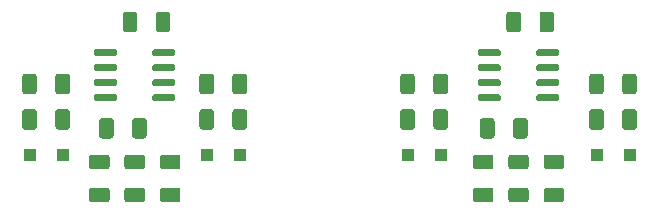
<source format=gbr>
%TF.GenerationSoftware,KiCad,Pcbnew,(5.1.6-0)*%
%TF.CreationDate,2023-04-12T18:51:22-07:00*%
%TF.ProjectId,input_buffer_bal_XLR_SMD_1206,696e7075-745f-4627-9566-6665725f6261,rev?*%
%TF.SameCoordinates,Original*%
%TF.FileFunction,Paste,Top*%
%TF.FilePolarity,Positive*%
%FSLAX46Y46*%
G04 Gerber Fmt 4.6, Leading zero omitted, Abs format (unit mm)*
G04 Created by KiCad (PCBNEW (5.1.6-0)) date 2023-04-12 18:51:22*
%MOMM*%
%LPD*%
G01*
G04 APERTURE LIST*
%ADD10R,1.100000X1.100000*%
G04 APERTURE END LIST*
D10*
%TO.C,D4*%
X146900000Y-128250000D03*
X144100000Y-128250000D03*
%TD*%
%TO.C,D3*%
X130900000Y-128250000D03*
X128100000Y-128250000D03*
%TD*%
%TO.C,D2*%
X113900000Y-128250000D03*
X111100000Y-128250000D03*
%TD*%
%TO.C,D1*%
X98900000Y-128250000D03*
X96100000Y-128250000D03*
%TD*%
%TO.C,U2*%
G36*
G01*
X139000000Y-119745000D02*
X139000000Y-119445000D01*
G75*
G02*
X139150000Y-119295000I150000J0D01*
G01*
X140800000Y-119295000D01*
G75*
G02*
X140950000Y-119445000I0J-150000D01*
G01*
X140950000Y-119745000D01*
G75*
G02*
X140800000Y-119895000I-150000J0D01*
G01*
X139150000Y-119895000D01*
G75*
G02*
X139000000Y-119745000I0J150000D01*
G01*
G37*
G36*
G01*
X139000000Y-121015000D02*
X139000000Y-120715000D01*
G75*
G02*
X139150000Y-120565000I150000J0D01*
G01*
X140800000Y-120565000D01*
G75*
G02*
X140950000Y-120715000I0J-150000D01*
G01*
X140950000Y-121015000D01*
G75*
G02*
X140800000Y-121165000I-150000J0D01*
G01*
X139150000Y-121165000D01*
G75*
G02*
X139000000Y-121015000I0J150000D01*
G01*
G37*
G36*
G01*
X139000000Y-122285000D02*
X139000000Y-121985000D01*
G75*
G02*
X139150000Y-121835000I150000J0D01*
G01*
X140800000Y-121835000D01*
G75*
G02*
X140950000Y-121985000I0J-150000D01*
G01*
X140950000Y-122285000D01*
G75*
G02*
X140800000Y-122435000I-150000J0D01*
G01*
X139150000Y-122435000D01*
G75*
G02*
X139000000Y-122285000I0J150000D01*
G01*
G37*
G36*
G01*
X139000000Y-123555000D02*
X139000000Y-123255000D01*
G75*
G02*
X139150000Y-123105000I150000J0D01*
G01*
X140800000Y-123105000D01*
G75*
G02*
X140950000Y-123255000I0J-150000D01*
G01*
X140950000Y-123555000D01*
G75*
G02*
X140800000Y-123705000I-150000J0D01*
G01*
X139150000Y-123705000D01*
G75*
G02*
X139000000Y-123555000I0J150000D01*
G01*
G37*
G36*
G01*
X134050000Y-123555000D02*
X134050000Y-123255000D01*
G75*
G02*
X134200000Y-123105000I150000J0D01*
G01*
X135850000Y-123105000D01*
G75*
G02*
X136000000Y-123255000I0J-150000D01*
G01*
X136000000Y-123555000D01*
G75*
G02*
X135850000Y-123705000I-150000J0D01*
G01*
X134200000Y-123705000D01*
G75*
G02*
X134050000Y-123555000I0J150000D01*
G01*
G37*
G36*
G01*
X134050000Y-122285000D02*
X134050000Y-121985000D01*
G75*
G02*
X134200000Y-121835000I150000J0D01*
G01*
X135850000Y-121835000D01*
G75*
G02*
X136000000Y-121985000I0J-150000D01*
G01*
X136000000Y-122285000D01*
G75*
G02*
X135850000Y-122435000I-150000J0D01*
G01*
X134200000Y-122435000D01*
G75*
G02*
X134050000Y-122285000I0J150000D01*
G01*
G37*
G36*
G01*
X134050000Y-121015000D02*
X134050000Y-120715000D01*
G75*
G02*
X134200000Y-120565000I150000J0D01*
G01*
X135850000Y-120565000D01*
G75*
G02*
X136000000Y-120715000I0J-150000D01*
G01*
X136000000Y-121015000D01*
G75*
G02*
X135850000Y-121165000I-150000J0D01*
G01*
X134200000Y-121165000D01*
G75*
G02*
X134050000Y-121015000I0J150000D01*
G01*
G37*
G36*
G01*
X134050000Y-119745000D02*
X134050000Y-119445000D01*
G75*
G02*
X134200000Y-119295000I150000J0D01*
G01*
X135850000Y-119295000D01*
G75*
G02*
X136000000Y-119445000I0J-150000D01*
G01*
X136000000Y-119745000D01*
G75*
G02*
X135850000Y-119895000I-150000J0D01*
G01*
X134200000Y-119895000D01*
G75*
G02*
X134050000Y-119745000I0J150000D01*
G01*
G37*
%TD*%
%TO.C,U1*%
G36*
G01*
X106500000Y-119745000D02*
X106500000Y-119445000D01*
G75*
G02*
X106650000Y-119295000I150000J0D01*
G01*
X108300000Y-119295000D01*
G75*
G02*
X108450000Y-119445000I0J-150000D01*
G01*
X108450000Y-119745000D01*
G75*
G02*
X108300000Y-119895000I-150000J0D01*
G01*
X106650000Y-119895000D01*
G75*
G02*
X106500000Y-119745000I0J150000D01*
G01*
G37*
G36*
G01*
X106500000Y-121015000D02*
X106500000Y-120715000D01*
G75*
G02*
X106650000Y-120565000I150000J0D01*
G01*
X108300000Y-120565000D01*
G75*
G02*
X108450000Y-120715000I0J-150000D01*
G01*
X108450000Y-121015000D01*
G75*
G02*
X108300000Y-121165000I-150000J0D01*
G01*
X106650000Y-121165000D01*
G75*
G02*
X106500000Y-121015000I0J150000D01*
G01*
G37*
G36*
G01*
X106500000Y-122285000D02*
X106500000Y-121985000D01*
G75*
G02*
X106650000Y-121835000I150000J0D01*
G01*
X108300000Y-121835000D01*
G75*
G02*
X108450000Y-121985000I0J-150000D01*
G01*
X108450000Y-122285000D01*
G75*
G02*
X108300000Y-122435000I-150000J0D01*
G01*
X106650000Y-122435000D01*
G75*
G02*
X106500000Y-122285000I0J150000D01*
G01*
G37*
G36*
G01*
X106500000Y-123555000D02*
X106500000Y-123255000D01*
G75*
G02*
X106650000Y-123105000I150000J0D01*
G01*
X108300000Y-123105000D01*
G75*
G02*
X108450000Y-123255000I0J-150000D01*
G01*
X108450000Y-123555000D01*
G75*
G02*
X108300000Y-123705000I-150000J0D01*
G01*
X106650000Y-123705000D01*
G75*
G02*
X106500000Y-123555000I0J150000D01*
G01*
G37*
G36*
G01*
X101550000Y-123555000D02*
X101550000Y-123255000D01*
G75*
G02*
X101700000Y-123105000I150000J0D01*
G01*
X103350000Y-123105000D01*
G75*
G02*
X103500000Y-123255000I0J-150000D01*
G01*
X103500000Y-123555000D01*
G75*
G02*
X103350000Y-123705000I-150000J0D01*
G01*
X101700000Y-123705000D01*
G75*
G02*
X101550000Y-123555000I0J150000D01*
G01*
G37*
G36*
G01*
X101550000Y-122285000D02*
X101550000Y-121985000D01*
G75*
G02*
X101700000Y-121835000I150000J0D01*
G01*
X103350000Y-121835000D01*
G75*
G02*
X103500000Y-121985000I0J-150000D01*
G01*
X103500000Y-122285000D01*
G75*
G02*
X103350000Y-122435000I-150000J0D01*
G01*
X101700000Y-122435000D01*
G75*
G02*
X101550000Y-122285000I0J150000D01*
G01*
G37*
G36*
G01*
X101550000Y-121015000D02*
X101550000Y-120715000D01*
G75*
G02*
X101700000Y-120565000I150000J0D01*
G01*
X103350000Y-120565000D01*
G75*
G02*
X103500000Y-120715000I0J-150000D01*
G01*
X103500000Y-121015000D01*
G75*
G02*
X103350000Y-121165000I-150000J0D01*
G01*
X101700000Y-121165000D01*
G75*
G02*
X101550000Y-121015000I0J150000D01*
G01*
G37*
G36*
G01*
X101550000Y-119745000D02*
X101550000Y-119445000D01*
G75*
G02*
X101700000Y-119295000I150000J0D01*
G01*
X103350000Y-119295000D01*
G75*
G02*
X103500000Y-119445000I0J-150000D01*
G01*
X103500000Y-119745000D01*
G75*
G02*
X103350000Y-119895000I-150000J0D01*
G01*
X101700000Y-119895000D01*
G75*
G02*
X101550000Y-119745000I0J150000D01*
G01*
G37*
%TD*%
%TO.C,R10*%
G36*
G01*
X141125000Y-129475000D02*
X139875000Y-129475000D01*
G75*
G02*
X139625000Y-129225000I0J250000D01*
G01*
X139625000Y-128475000D01*
G75*
G02*
X139875000Y-128225000I250000J0D01*
G01*
X141125000Y-128225000D01*
G75*
G02*
X141375000Y-128475000I0J-250000D01*
G01*
X141375000Y-129225000D01*
G75*
G02*
X141125000Y-129475000I-250000J0D01*
G01*
G37*
G36*
G01*
X141125000Y-132275000D02*
X139875000Y-132275000D01*
G75*
G02*
X139625000Y-132025000I0J250000D01*
G01*
X139625000Y-131275000D01*
G75*
G02*
X139875000Y-131025000I250000J0D01*
G01*
X141125000Y-131025000D01*
G75*
G02*
X141375000Y-131275000I0J-250000D01*
G01*
X141375000Y-132025000D01*
G75*
G02*
X141125000Y-132275000I-250000J0D01*
G01*
G37*
%TD*%
%TO.C,R9*%
G36*
G01*
X133875000Y-131025000D02*
X135125000Y-131025000D01*
G75*
G02*
X135375000Y-131275000I0J-250000D01*
G01*
X135375000Y-132025000D01*
G75*
G02*
X135125000Y-132275000I-250000J0D01*
G01*
X133875000Y-132275000D01*
G75*
G02*
X133625000Y-132025000I0J250000D01*
G01*
X133625000Y-131275000D01*
G75*
G02*
X133875000Y-131025000I250000J0D01*
G01*
G37*
G36*
G01*
X133875000Y-128225000D02*
X135125000Y-128225000D01*
G75*
G02*
X135375000Y-128475000I0J-250000D01*
G01*
X135375000Y-129225000D01*
G75*
G02*
X135125000Y-129475000I-250000J0D01*
G01*
X133875000Y-129475000D01*
G75*
G02*
X133625000Y-129225000I0J250000D01*
G01*
X133625000Y-128475000D01*
G75*
G02*
X133875000Y-128225000I250000J0D01*
G01*
G37*
%TD*%
%TO.C,R8*%
G36*
G01*
X108625000Y-129475000D02*
X107375000Y-129475000D01*
G75*
G02*
X107125000Y-129225000I0J250000D01*
G01*
X107125000Y-128475000D01*
G75*
G02*
X107375000Y-128225000I250000J0D01*
G01*
X108625000Y-128225000D01*
G75*
G02*
X108875000Y-128475000I0J-250000D01*
G01*
X108875000Y-129225000D01*
G75*
G02*
X108625000Y-129475000I-250000J0D01*
G01*
G37*
G36*
G01*
X108625000Y-132275000D02*
X107375000Y-132275000D01*
G75*
G02*
X107125000Y-132025000I0J250000D01*
G01*
X107125000Y-131275000D01*
G75*
G02*
X107375000Y-131025000I250000J0D01*
G01*
X108625000Y-131025000D01*
G75*
G02*
X108875000Y-131275000I0J-250000D01*
G01*
X108875000Y-132025000D01*
G75*
G02*
X108625000Y-132275000I-250000J0D01*
G01*
G37*
%TD*%
%TO.C,R7*%
G36*
G01*
X101375000Y-131025000D02*
X102625000Y-131025000D01*
G75*
G02*
X102875000Y-131275000I0J-250000D01*
G01*
X102875000Y-132025000D01*
G75*
G02*
X102625000Y-132275000I-250000J0D01*
G01*
X101375000Y-132275000D01*
G75*
G02*
X101125000Y-132025000I0J250000D01*
G01*
X101125000Y-131275000D01*
G75*
G02*
X101375000Y-131025000I250000J0D01*
G01*
G37*
G36*
G01*
X101375000Y-128225000D02*
X102625000Y-128225000D01*
G75*
G02*
X102875000Y-128475000I0J-250000D01*
G01*
X102875000Y-129225000D01*
G75*
G02*
X102625000Y-129475000I-250000J0D01*
G01*
X101375000Y-129475000D01*
G75*
G02*
X101125000Y-129225000I0J250000D01*
G01*
X101125000Y-128475000D01*
G75*
G02*
X101375000Y-128225000I250000J0D01*
G01*
G37*
%TD*%
%TO.C,R6*%
G36*
G01*
X138125000Y-129475000D02*
X136875000Y-129475000D01*
G75*
G02*
X136625000Y-129225000I0J250000D01*
G01*
X136625000Y-128475000D01*
G75*
G02*
X136875000Y-128225000I250000J0D01*
G01*
X138125000Y-128225000D01*
G75*
G02*
X138375000Y-128475000I0J-250000D01*
G01*
X138375000Y-129225000D01*
G75*
G02*
X138125000Y-129475000I-250000J0D01*
G01*
G37*
G36*
G01*
X138125000Y-132275000D02*
X136875000Y-132275000D01*
G75*
G02*
X136625000Y-132025000I0J250000D01*
G01*
X136625000Y-131275000D01*
G75*
G02*
X136875000Y-131025000I250000J0D01*
G01*
X138125000Y-131025000D01*
G75*
G02*
X138375000Y-131275000I0J-250000D01*
G01*
X138375000Y-132025000D01*
G75*
G02*
X138125000Y-132275000I-250000J0D01*
G01*
G37*
%TD*%
%TO.C,R5*%
G36*
G01*
X105625000Y-129475000D02*
X104375000Y-129475000D01*
G75*
G02*
X104125000Y-129225000I0J250000D01*
G01*
X104125000Y-128475000D01*
G75*
G02*
X104375000Y-128225000I250000J0D01*
G01*
X105625000Y-128225000D01*
G75*
G02*
X105875000Y-128475000I0J-250000D01*
G01*
X105875000Y-129225000D01*
G75*
G02*
X105625000Y-129475000I-250000J0D01*
G01*
G37*
G36*
G01*
X105625000Y-132275000D02*
X104375000Y-132275000D01*
G75*
G02*
X104125000Y-132025000I0J250000D01*
G01*
X104125000Y-131275000D01*
G75*
G02*
X104375000Y-131025000I250000J0D01*
G01*
X105625000Y-131025000D01*
G75*
G02*
X105875000Y-131275000I0J-250000D01*
G01*
X105875000Y-132025000D01*
G75*
G02*
X105625000Y-132275000I-250000J0D01*
G01*
G37*
%TD*%
%TO.C,R4*%
G36*
G01*
X146275000Y-125875000D02*
X146275000Y-124625000D01*
G75*
G02*
X146525000Y-124375000I250000J0D01*
G01*
X147275000Y-124375000D01*
G75*
G02*
X147525000Y-124625000I0J-250000D01*
G01*
X147525000Y-125875000D01*
G75*
G02*
X147275000Y-126125000I-250000J0D01*
G01*
X146525000Y-126125000D01*
G75*
G02*
X146275000Y-125875000I0J250000D01*
G01*
G37*
G36*
G01*
X143475000Y-125875000D02*
X143475000Y-124625000D01*
G75*
G02*
X143725000Y-124375000I250000J0D01*
G01*
X144475000Y-124375000D01*
G75*
G02*
X144725000Y-124625000I0J-250000D01*
G01*
X144725000Y-125875000D01*
G75*
G02*
X144475000Y-126125000I-250000J0D01*
G01*
X143725000Y-126125000D01*
G75*
G02*
X143475000Y-125875000I0J250000D01*
G01*
G37*
%TD*%
%TO.C,R3*%
G36*
G01*
X128725000Y-124625000D02*
X128725000Y-125875000D01*
G75*
G02*
X128475000Y-126125000I-250000J0D01*
G01*
X127725000Y-126125000D01*
G75*
G02*
X127475000Y-125875000I0J250000D01*
G01*
X127475000Y-124625000D01*
G75*
G02*
X127725000Y-124375000I250000J0D01*
G01*
X128475000Y-124375000D01*
G75*
G02*
X128725000Y-124625000I0J-250000D01*
G01*
G37*
G36*
G01*
X131525000Y-124625000D02*
X131525000Y-125875000D01*
G75*
G02*
X131275000Y-126125000I-250000J0D01*
G01*
X130525000Y-126125000D01*
G75*
G02*
X130275000Y-125875000I0J250000D01*
G01*
X130275000Y-124625000D01*
G75*
G02*
X130525000Y-124375000I250000J0D01*
G01*
X131275000Y-124375000D01*
G75*
G02*
X131525000Y-124625000I0J-250000D01*
G01*
G37*
%TD*%
%TO.C,R2*%
G36*
G01*
X113275000Y-125875000D02*
X113275000Y-124625000D01*
G75*
G02*
X113525000Y-124375000I250000J0D01*
G01*
X114275000Y-124375000D01*
G75*
G02*
X114525000Y-124625000I0J-250000D01*
G01*
X114525000Y-125875000D01*
G75*
G02*
X114275000Y-126125000I-250000J0D01*
G01*
X113525000Y-126125000D01*
G75*
G02*
X113275000Y-125875000I0J250000D01*
G01*
G37*
G36*
G01*
X110475000Y-125875000D02*
X110475000Y-124625000D01*
G75*
G02*
X110725000Y-124375000I250000J0D01*
G01*
X111475000Y-124375000D01*
G75*
G02*
X111725000Y-124625000I0J-250000D01*
G01*
X111725000Y-125875000D01*
G75*
G02*
X111475000Y-126125000I-250000J0D01*
G01*
X110725000Y-126125000D01*
G75*
G02*
X110475000Y-125875000I0J250000D01*
G01*
G37*
%TD*%
%TO.C,R1*%
G36*
G01*
X96725000Y-124625000D02*
X96725000Y-125875000D01*
G75*
G02*
X96475000Y-126125000I-250000J0D01*
G01*
X95725000Y-126125000D01*
G75*
G02*
X95475000Y-125875000I0J250000D01*
G01*
X95475000Y-124625000D01*
G75*
G02*
X95725000Y-124375000I250000J0D01*
G01*
X96475000Y-124375000D01*
G75*
G02*
X96725000Y-124625000I0J-250000D01*
G01*
G37*
G36*
G01*
X99525000Y-124625000D02*
X99525000Y-125875000D01*
G75*
G02*
X99275000Y-126125000I-250000J0D01*
G01*
X98525000Y-126125000D01*
G75*
G02*
X98275000Y-125875000I0J250000D01*
G01*
X98275000Y-124625000D01*
G75*
G02*
X98525000Y-124375000I250000J0D01*
G01*
X99275000Y-124375000D01*
G75*
G02*
X99525000Y-124625000I0J-250000D01*
G01*
G37*
%TD*%
%TO.C,C8*%
G36*
G01*
X144725000Y-121625000D02*
X144725000Y-122875000D01*
G75*
G02*
X144475000Y-123125000I-250000J0D01*
G01*
X143725000Y-123125000D01*
G75*
G02*
X143475000Y-122875000I0J250000D01*
G01*
X143475000Y-121625000D01*
G75*
G02*
X143725000Y-121375000I250000J0D01*
G01*
X144475000Y-121375000D01*
G75*
G02*
X144725000Y-121625000I0J-250000D01*
G01*
G37*
G36*
G01*
X147525000Y-121625000D02*
X147525000Y-122875000D01*
G75*
G02*
X147275000Y-123125000I-250000J0D01*
G01*
X146525000Y-123125000D01*
G75*
G02*
X146275000Y-122875000I0J250000D01*
G01*
X146275000Y-121625000D01*
G75*
G02*
X146525000Y-121375000I250000J0D01*
G01*
X147275000Y-121375000D01*
G75*
G02*
X147525000Y-121625000I0J-250000D01*
G01*
G37*
%TD*%
%TO.C,C7*%
G36*
G01*
X128725000Y-121625000D02*
X128725000Y-122875000D01*
G75*
G02*
X128475000Y-123125000I-250000J0D01*
G01*
X127725000Y-123125000D01*
G75*
G02*
X127475000Y-122875000I0J250000D01*
G01*
X127475000Y-121625000D01*
G75*
G02*
X127725000Y-121375000I250000J0D01*
G01*
X128475000Y-121375000D01*
G75*
G02*
X128725000Y-121625000I0J-250000D01*
G01*
G37*
G36*
G01*
X131525000Y-121625000D02*
X131525000Y-122875000D01*
G75*
G02*
X131275000Y-123125000I-250000J0D01*
G01*
X130525000Y-123125000D01*
G75*
G02*
X130275000Y-122875000I0J250000D01*
G01*
X130275000Y-121625000D01*
G75*
G02*
X130525000Y-121375000I250000J0D01*
G01*
X131275000Y-121375000D01*
G75*
G02*
X131525000Y-121625000I0J-250000D01*
G01*
G37*
%TD*%
%TO.C,C6*%
G36*
G01*
X111725000Y-121625000D02*
X111725000Y-122875000D01*
G75*
G02*
X111475000Y-123125000I-250000J0D01*
G01*
X110725000Y-123125000D01*
G75*
G02*
X110475000Y-122875000I0J250000D01*
G01*
X110475000Y-121625000D01*
G75*
G02*
X110725000Y-121375000I250000J0D01*
G01*
X111475000Y-121375000D01*
G75*
G02*
X111725000Y-121625000I0J-250000D01*
G01*
G37*
G36*
G01*
X114525000Y-121625000D02*
X114525000Y-122875000D01*
G75*
G02*
X114275000Y-123125000I-250000J0D01*
G01*
X113525000Y-123125000D01*
G75*
G02*
X113275000Y-122875000I0J250000D01*
G01*
X113275000Y-121625000D01*
G75*
G02*
X113525000Y-121375000I250000J0D01*
G01*
X114275000Y-121375000D01*
G75*
G02*
X114525000Y-121625000I0J-250000D01*
G01*
G37*
%TD*%
%TO.C,C5*%
G36*
G01*
X96725000Y-121625000D02*
X96725000Y-122875000D01*
G75*
G02*
X96475000Y-123125000I-250000J0D01*
G01*
X95725000Y-123125000D01*
G75*
G02*
X95475000Y-122875000I0J250000D01*
G01*
X95475000Y-121625000D01*
G75*
G02*
X95725000Y-121375000I250000J0D01*
G01*
X96475000Y-121375000D01*
G75*
G02*
X96725000Y-121625000I0J-250000D01*
G01*
G37*
G36*
G01*
X99525000Y-121625000D02*
X99525000Y-122875000D01*
G75*
G02*
X99275000Y-123125000I-250000J0D01*
G01*
X98525000Y-123125000D01*
G75*
G02*
X98275000Y-122875000I0J250000D01*
G01*
X98275000Y-121625000D01*
G75*
G02*
X98525000Y-121375000I250000J0D01*
G01*
X99275000Y-121375000D01*
G75*
G02*
X99525000Y-121625000I0J-250000D01*
G01*
G37*
%TD*%
%TO.C,C4*%
G36*
G01*
X135475000Y-125375000D02*
X135475000Y-126625000D01*
G75*
G02*
X135225000Y-126875000I-250000J0D01*
G01*
X134475000Y-126875000D01*
G75*
G02*
X134225000Y-126625000I0J250000D01*
G01*
X134225000Y-125375000D01*
G75*
G02*
X134475000Y-125125000I250000J0D01*
G01*
X135225000Y-125125000D01*
G75*
G02*
X135475000Y-125375000I0J-250000D01*
G01*
G37*
G36*
G01*
X138275000Y-125375000D02*
X138275000Y-126625000D01*
G75*
G02*
X138025000Y-126875000I-250000J0D01*
G01*
X137275000Y-126875000D01*
G75*
G02*
X137025000Y-126625000I0J250000D01*
G01*
X137025000Y-125375000D01*
G75*
G02*
X137275000Y-125125000I250000J0D01*
G01*
X138025000Y-125125000D01*
G75*
G02*
X138275000Y-125375000I0J-250000D01*
G01*
G37*
%TD*%
%TO.C,C3*%
G36*
G01*
X103225000Y-125375000D02*
X103225000Y-126625000D01*
G75*
G02*
X102975000Y-126875000I-250000J0D01*
G01*
X102225000Y-126875000D01*
G75*
G02*
X101975000Y-126625000I0J250000D01*
G01*
X101975000Y-125375000D01*
G75*
G02*
X102225000Y-125125000I250000J0D01*
G01*
X102975000Y-125125000D01*
G75*
G02*
X103225000Y-125375000I0J-250000D01*
G01*
G37*
G36*
G01*
X106025000Y-125375000D02*
X106025000Y-126625000D01*
G75*
G02*
X105775000Y-126875000I-250000J0D01*
G01*
X105025000Y-126875000D01*
G75*
G02*
X104775000Y-126625000I0J250000D01*
G01*
X104775000Y-125375000D01*
G75*
G02*
X105025000Y-125125000I250000J0D01*
G01*
X105775000Y-125125000D01*
G75*
G02*
X106025000Y-125375000I0J-250000D01*
G01*
G37*
%TD*%
%TO.C,C2*%
G36*
G01*
X137725000Y-116375000D02*
X137725000Y-117625000D01*
G75*
G02*
X137475000Y-117875000I-250000J0D01*
G01*
X136725000Y-117875000D01*
G75*
G02*
X136475000Y-117625000I0J250000D01*
G01*
X136475000Y-116375000D01*
G75*
G02*
X136725000Y-116125000I250000J0D01*
G01*
X137475000Y-116125000D01*
G75*
G02*
X137725000Y-116375000I0J-250000D01*
G01*
G37*
G36*
G01*
X140525000Y-116375000D02*
X140525000Y-117625000D01*
G75*
G02*
X140275000Y-117875000I-250000J0D01*
G01*
X139525000Y-117875000D01*
G75*
G02*
X139275000Y-117625000I0J250000D01*
G01*
X139275000Y-116375000D01*
G75*
G02*
X139525000Y-116125000I250000J0D01*
G01*
X140275000Y-116125000D01*
G75*
G02*
X140525000Y-116375000I0J-250000D01*
G01*
G37*
%TD*%
%TO.C,C1*%
G36*
G01*
X105225000Y-116375000D02*
X105225000Y-117625000D01*
G75*
G02*
X104975000Y-117875000I-250000J0D01*
G01*
X104225000Y-117875000D01*
G75*
G02*
X103975000Y-117625000I0J250000D01*
G01*
X103975000Y-116375000D01*
G75*
G02*
X104225000Y-116125000I250000J0D01*
G01*
X104975000Y-116125000D01*
G75*
G02*
X105225000Y-116375000I0J-250000D01*
G01*
G37*
G36*
G01*
X108025000Y-116375000D02*
X108025000Y-117625000D01*
G75*
G02*
X107775000Y-117875000I-250000J0D01*
G01*
X107025000Y-117875000D01*
G75*
G02*
X106775000Y-117625000I0J250000D01*
G01*
X106775000Y-116375000D01*
G75*
G02*
X107025000Y-116125000I250000J0D01*
G01*
X107775000Y-116125000D01*
G75*
G02*
X108025000Y-116375000I0J-250000D01*
G01*
G37*
%TD*%
M02*

</source>
